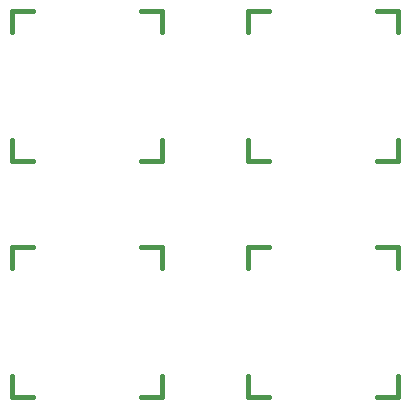
<source format=gto>
G04 #@! TF.GenerationSoftware,KiCad,Pcbnew,(5.1.4-0-10_14)*
G04 #@! TF.CreationDate,2021-05-07T18:37:14+08:00*
G04 #@! TF.ProjectId,rqm-pcb,72716d2d-7063-4622-9e6b-696361645f70,rev?*
G04 #@! TF.SameCoordinates,Original*
G04 #@! TF.FileFunction,Legend,Top*
G04 #@! TF.FilePolarity,Positive*
%FSLAX46Y46*%
G04 Gerber Fmt 4.6, Leading zero omitted, Abs format (unit mm)*
G04 Created by KiCad (PCBNEW (5.1.4-0-10_14)) date 2021-05-07 18:37:14*
%MOMM*%
%LPD*%
G04 APERTURE LIST*
%ADD10C,0.381000*%
G04 APERTURE END LIST*
D10*
X105294201Y-80384201D02*
X107072201Y-80384201D01*
X116216201Y-80384201D02*
X117994201Y-80384201D01*
X117994201Y-80384201D02*
X117994201Y-82162201D01*
X117994201Y-91306201D02*
X117994201Y-93084201D01*
X117994201Y-93084201D02*
X116216201Y-93084201D01*
X107072201Y-93084201D02*
X105294201Y-93084201D01*
X105294201Y-93084201D02*
X105294201Y-91306201D01*
X105294201Y-82162201D02*
X105294201Y-80384201D01*
X85354201Y-82162201D02*
X85354201Y-80384201D01*
X85354201Y-93084201D02*
X85354201Y-91306201D01*
X87132201Y-93084201D02*
X85354201Y-93084201D01*
X98054201Y-93084201D02*
X96276201Y-93084201D01*
X98054201Y-91306201D02*
X98054201Y-93084201D01*
X98054201Y-80384201D02*
X98054201Y-82162201D01*
X96276201Y-80384201D02*
X98054201Y-80384201D01*
X85354201Y-80384201D02*
X87132201Y-80384201D01*
X85354201Y-102102201D02*
X85354201Y-100324201D01*
X85354201Y-113024201D02*
X85354201Y-111246201D01*
X87132201Y-113024201D02*
X85354201Y-113024201D01*
X98054201Y-113024201D02*
X96276201Y-113024201D01*
X98054201Y-111246201D02*
X98054201Y-113024201D01*
X98054201Y-100324201D02*
X98054201Y-102102201D01*
X96276201Y-100324201D02*
X98054201Y-100324201D01*
X85354201Y-100324201D02*
X87132201Y-100324201D01*
X105294201Y-100324201D02*
X107072201Y-100324201D01*
X116216201Y-100324201D02*
X117994201Y-100324201D01*
X117994201Y-100324201D02*
X117994201Y-102102201D01*
X117994201Y-111246201D02*
X117994201Y-113024201D01*
X117994201Y-113024201D02*
X116216201Y-113024201D01*
X107072201Y-113024201D02*
X105294201Y-113024201D01*
X105294201Y-113024201D02*
X105294201Y-111246201D01*
X105294201Y-102102201D02*
X105294201Y-100324201D01*
M02*

</source>
